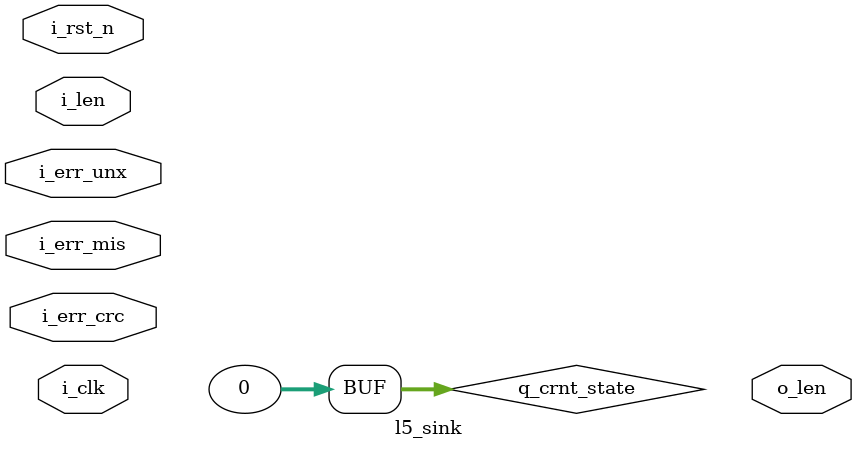
<source format=sv>
`timescale 1ns / 1ps


module l5_sink#(

    )(
        input bit i_clk,
        input bit i_rst_n,

        if_axil.s s_axil,

        input  [7:0] i_len,
        output [7:0] o_len,
        
        input bit i_err_crc,
        input bit i_err_unx,
        input bit i_err_mis
    );

    typedef enum{
        S0 = 0,     // Ready/Init
        S1 = 1,     // Header
        S2 = 2,     // Length
        S3 = 3,     // Payload
        S4 = 4,     // CRC_PAUSE
        S5 = 5      // CRC_DATA
    } t_fsm_states;
    
    t_fsm_states q_crnt_state = S0;

    always_ff@(posedge i_clk) begin
        case(q_crnt_state)
            S0: begin
                
            end
            S1: begin
                
            end
            S2: begin
                
            end
            S3: begin
                
            end
            S4: begin
                
            end
            S5: begin
                
            end

        endcase
    end
endmodule

</source>
